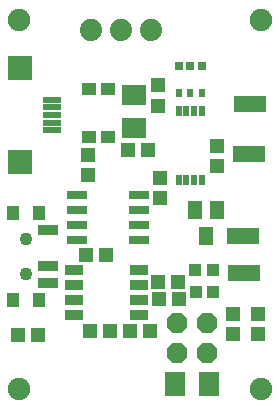
<source format=gts>
G75*
%MOIN*%
%OFA0B0*%
%FSLAX25Y25*%
%IPPOS*%
%LPD*%
%AMOC8*
5,1,8,0,0,1.08239X$1,22.5*
%
%ADD10C,0.07493*%
%ADD11R,0.10800X0.05800*%
%ADD12R,0.05131X0.04737*%
%ADD13R,0.07898X0.07099*%
%ADD14R,0.07099X0.03162*%
%ADD15R,0.05918X0.03556*%
%ADD16R,0.03950X0.03950*%
%ADD17R,0.04737X0.05131*%
%ADD18OC8,0.06800*%
%ADD19R,0.04737X0.06312*%
%ADD20R,0.01981X0.03753*%
%ADD21R,0.02375X0.02965*%
%ADD22R,0.02965X0.02965*%
%ADD23R,0.07099X0.07898*%
%ADD24C,0.07400*%
%ADD25R,0.03950X0.04737*%
%ADD26R,0.06706X0.03556*%
%ADD27C,0.04343*%
%ADD28R,0.06312X0.02178*%
%ADD29R,0.08280X0.07887*%
%ADD30R,0.04737X0.04343*%
D10*
X0015580Y0014595D03*
X0096288Y0014595D03*
X0096288Y0137430D03*
X0015580Y0137430D03*
D11*
X0090304Y0065580D03*
X0090461Y0053296D03*
X0092154Y0092942D03*
X0092469Y0109635D03*
D12*
X0081524Y0095698D03*
X0081524Y0089005D03*
X0062627Y0085068D03*
X0062627Y0078375D03*
X0058532Y0094162D03*
X0051839Y0094162D03*
X0038414Y0092745D03*
X0038414Y0086052D03*
X0038020Y0059280D03*
X0044713Y0059280D03*
X0045894Y0033887D03*
X0052509Y0033769D03*
X0059202Y0033769D03*
X0039202Y0033887D03*
D13*
X0053808Y0101556D03*
X0053808Y0112753D03*
D14*
X0055674Y0079339D03*
X0055674Y0074339D03*
X0055674Y0069339D03*
X0055674Y0064379D03*
X0034776Y0064379D03*
X0034776Y0069379D03*
X0034776Y0074379D03*
X0034776Y0079379D03*
D15*
X0033847Y0054221D03*
X0033847Y0049221D03*
X0033847Y0044221D03*
X0033847Y0039221D03*
X0055501Y0039221D03*
X0055501Y0044221D03*
X0055501Y0049221D03*
X0055501Y0054221D03*
D16*
X0074320Y0054398D03*
X0080225Y0054398D03*
X0080343Y0046879D03*
X0074438Y0046879D03*
D17*
X0068926Y0044517D03*
X0068690Y0050225D03*
X0061997Y0050225D03*
X0062233Y0044517D03*
X0086839Y0039595D03*
X0086839Y0032902D03*
X0095107Y0032902D03*
X0095107Y0039595D03*
X0062036Y0109083D03*
X0062036Y0115776D03*
X0021879Y0032548D03*
X0015186Y0032548D03*
D18*
X0068257Y0036524D03*
X0068257Y0026524D03*
X0078257Y0026524D03*
X0078257Y0036524D03*
D19*
X0077981Y0065580D03*
X0074241Y0074241D03*
X0081721Y0074241D03*
D20*
X0076505Y0084379D03*
X0073946Y0084379D03*
X0071387Y0084379D03*
X0068828Y0084379D03*
X0068828Y0107410D03*
X0071387Y0107410D03*
X0073946Y0107410D03*
X0076505Y0107410D03*
D21*
X0076406Y0113217D03*
X0072666Y0113217D03*
X0068926Y0113217D03*
D22*
X0068926Y0122272D03*
X0072666Y0122272D03*
X0076406Y0122272D03*
D23*
X0078855Y0016170D03*
X0067658Y0016170D03*
D24*
X0059635Y0134280D03*
X0049635Y0134280D03*
X0039635Y0134280D03*
D25*
X0022076Y0073257D03*
X0013414Y0073257D03*
X0013414Y0044123D03*
X0022076Y0044123D03*
D26*
X0025127Y0049831D03*
X0025127Y0055737D03*
X0025127Y0067548D03*
D27*
X0017745Y0064595D03*
X0017745Y0052784D03*
D28*
X0026406Y0100816D03*
X0026406Y0103375D03*
X0026406Y0105934D03*
X0026406Y0108493D03*
X0026406Y0111052D03*
D29*
X0015973Y0121682D03*
X0015973Y0090186D03*
D30*
X0038808Y0098454D03*
X0045107Y0098454D03*
X0045107Y0114595D03*
X0038808Y0114595D03*
M02*

</source>
